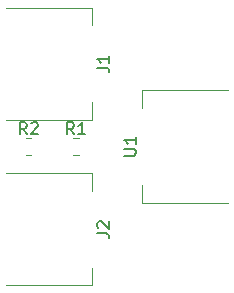
<source format=gbr>
%TF.GenerationSoftware,KiCad,Pcbnew,9.0.2*%
%TF.CreationDate,2025-05-31T16:15:56-04:00*%
%TF.ProjectId,pd-buddy-wye,70642d62-7564-4647-992d-7779652e6b69,v1.1*%
%TF.SameCoordinates,Original*%
%TF.FileFunction,Legend,Top*%
%TF.FilePolarity,Positive*%
%FSLAX46Y46*%
G04 Gerber Fmt 4.6, Leading zero omitted, Abs format (unit mm)*
G04 Created by KiCad (PCBNEW 9.0.2) date 2025-05-31 16:15:56*
%MOMM*%
%LPD*%
G01*
G04 APERTURE LIST*
%ADD10C,0.150000*%
%ADD11C,0.120000*%
G04 APERTURE END LIST*
D10*
X112094819Y-113261904D02*
X112904342Y-113261904D01*
X112904342Y-113261904D02*
X112999580Y-113214285D01*
X112999580Y-113214285D02*
X113047200Y-113166666D01*
X113047200Y-113166666D02*
X113094819Y-113071428D01*
X113094819Y-113071428D02*
X113094819Y-112880952D01*
X113094819Y-112880952D02*
X113047200Y-112785714D01*
X113047200Y-112785714D02*
X112999580Y-112738095D01*
X112999580Y-112738095D02*
X112904342Y-112690476D01*
X112904342Y-112690476D02*
X112094819Y-112690476D01*
X113094819Y-111690476D02*
X113094819Y-112261904D01*
X113094819Y-111976190D02*
X112094819Y-111976190D01*
X112094819Y-111976190D02*
X112237676Y-112071428D01*
X112237676Y-112071428D02*
X112332914Y-112166666D01*
X112332914Y-112166666D02*
X112380533Y-112261904D01*
X107833333Y-111454819D02*
X107500000Y-110978628D01*
X107261905Y-111454819D02*
X107261905Y-110454819D01*
X107261905Y-110454819D02*
X107642857Y-110454819D01*
X107642857Y-110454819D02*
X107738095Y-110502438D01*
X107738095Y-110502438D02*
X107785714Y-110550057D01*
X107785714Y-110550057D02*
X107833333Y-110645295D01*
X107833333Y-110645295D02*
X107833333Y-110788152D01*
X107833333Y-110788152D02*
X107785714Y-110883390D01*
X107785714Y-110883390D02*
X107738095Y-110931009D01*
X107738095Y-110931009D02*
X107642857Y-110978628D01*
X107642857Y-110978628D02*
X107261905Y-110978628D01*
X108785714Y-111454819D02*
X108214286Y-111454819D01*
X108500000Y-111454819D02*
X108500000Y-110454819D01*
X108500000Y-110454819D02*
X108404762Y-110597676D01*
X108404762Y-110597676D02*
X108309524Y-110692914D01*
X108309524Y-110692914D02*
X108214286Y-110740533D01*
X103833333Y-111454819D02*
X103500000Y-110978628D01*
X103261905Y-111454819D02*
X103261905Y-110454819D01*
X103261905Y-110454819D02*
X103642857Y-110454819D01*
X103642857Y-110454819D02*
X103738095Y-110502438D01*
X103738095Y-110502438D02*
X103785714Y-110550057D01*
X103785714Y-110550057D02*
X103833333Y-110645295D01*
X103833333Y-110645295D02*
X103833333Y-110788152D01*
X103833333Y-110788152D02*
X103785714Y-110883390D01*
X103785714Y-110883390D02*
X103738095Y-110931009D01*
X103738095Y-110931009D02*
X103642857Y-110978628D01*
X103642857Y-110978628D02*
X103261905Y-110978628D01*
X104214286Y-110550057D02*
X104261905Y-110502438D01*
X104261905Y-110502438D02*
X104357143Y-110454819D01*
X104357143Y-110454819D02*
X104595238Y-110454819D01*
X104595238Y-110454819D02*
X104690476Y-110502438D01*
X104690476Y-110502438D02*
X104738095Y-110550057D01*
X104738095Y-110550057D02*
X104785714Y-110645295D01*
X104785714Y-110645295D02*
X104785714Y-110740533D01*
X104785714Y-110740533D02*
X104738095Y-110883390D01*
X104738095Y-110883390D02*
X104166667Y-111454819D01*
X104166667Y-111454819D02*
X104785714Y-111454819D01*
X109814819Y-105833333D02*
X110529104Y-105833333D01*
X110529104Y-105833333D02*
X110671961Y-105880952D01*
X110671961Y-105880952D02*
X110767200Y-105976190D01*
X110767200Y-105976190D02*
X110814819Y-106119047D01*
X110814819Y-106119047D02*
X110814819Y-106214285D01*
X110814819Y-104833333D02*
X110814819Y-105404761D01*
X110814819Y-105119047D02*
X109814819Y-105119047D01*
X109814819Y-105119047D02*
X109957676Y-105214285D01*
X109957676Y-105214285D02*
X110052914Y-105309523D01*
X110052914Y-105309523D02*
X110100533Y-105404761D01*
X109814819Y-119833333D02*
X110529104Y-119833333D01*
X110529104Y-119833333D02*
X110671961Y-119880952D01*
X110671961Y-119880952D02*
X110767200Y-119976190D01*
X110767200Y-119976190D02*
X110814819Y-120119047D01*
X110814819Y-120119047D02*
X110814819Y-120214285D01*
X109910057Y-119404761D02*
X109862438Y-119357142D01*
X109862438Y-119357142D02*
X109814819Y-119261904D01*
X109814819Y-119261904D02*
X109814819Y-119023809D01*
X109814819Y-119023809D02*
X109862438Y-118928571D01*
X109862438Y-118928571D02*
X109910057Y-118880952D01*
X109910057Y-118880952D02*
X110005295Y-118833333D01*
X110005295Y-118833333D02*
X110100533Y-118833333D01*
X110100533Y-118833333D02*
X110243390Y-118880952D01*
X110243390Y-118880952D02*
X110814819Y-119452380D01*
X110814819Y-119452380D02*
X110814819Y-118833333D01*
D11*
%TO.C,U1*%
X113630000Y-107750000D02*
X120890000Y-107750000D01*
X113630000Y-109250000D02*
X113630000Y-107750000D01*
X113630000Y-117250000D02*
X113630000Y-115750000D01*
X113630000Y-117250000D02*
X120890000Y-117250000D01*
%TO.C,R1*%
X108227064Y-111765000D02*
X107772936Y-111765000D01*
X108227064Y-113235000D02*
X107772936Y-113235000D01*
%TO.C,R2*%
X104227064Y-111765000D02*
X103772936Y-111765000D01*
X104227064Y-113235000D02*
X103772936Y-113235000D01*
%TO.C,J1*%
X109370000Y-100750000D02*
X102110000Y-100750000D01*
X109370000Y-100750000D02*
X109370000Y-102250000D01*
X109370000Y-108750000D02*
X109370000Y-110250000D01*
X109370000Y-110250000D02*
X102110000Y-110250000D01*
%TO.C,J2*%
X109370000Y-114750000D02*
X102110000Y-114750000D01*
X109370000Y-114750000D02*
X109370000Y-116250000D01*
X109370000Y-122750000D02*
X109370000Y-124250000D01*
X109370000Y-124250000D02*
X102110000Y-124250000D01*
%TD*%
M02*

</source>
